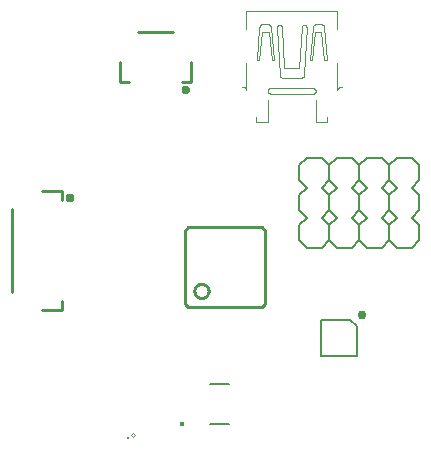
<source format=gto>
G75*
%MOIN*%
%OFA0B0*%
%FSLAX25Y25*%
%IPPOS*%
%LPD*%
%AMOC8*
5,1,8,0,0,1.08239X$1,22.5*
%
%ADD10C,0.01000*%
%ADD11C,0.01575*%
%ADD12C,0.03000*%
%ADD13C,0.00500*%
%ADD14C,0.00400*%
%ADD15C,0.00787*%
%ADD16R,0.01575X0.01575*%
%ADD17C,0.00250*%
%ADD18C,0.00984*%
%ADD19C,0.00800*%
D10*
X0067126Y0119295D02*
X0073622Y0119295D01*
X0073622Y0122248D01*
X0056890Y0125201D02*
X0056890Y0152949D01*
X0067126Y0158855D02*
X0073622Y0158855D01*
X0073622Y0155902D01*
X0114713Y0145780D02*
X0114713Y0121370D01*
X0115795Y0120288D01*
X0140205Y0120288D01*
X0141287Y0121370D01*
X0141287Y0145780D01*
X0140205Y0146862D01*
X0115795Y0146862D01*
X0114713Y0145780D01*
X0117764Y0125701D02*
X0117766Y0125798D01*
X0117772Y0125895D01*
X0117782Y0125991D01*
X0117796Y0126087D01*
X0117814Y0126183D01*
X0117835Y0126277D01*
X0117861Y0126371D01*
X0117890Y0126463D01*
X0117924Y0126554D01*
X0117960Y0126644D01*
X0118001Y0126732D01*
X0118045Y0126818D01*
X0118093Y0126903D01*
X0118144Y0126985D01*
X0118198Y0127066D01*
X0118256Y0127144D01*
X0118317Y0127219D01*
X0118380Y0127292D01*
X0118447Y0127363D01*
X0118517Y0127430D01*
X0118589Y0127495D01*
X0118664Y0127556D01*
X0118742Y0127615D01*
X0118821Y0127670D01*
X0118903Y0127722D01*
X0118987Y0127770D01*
X0119073Y0127815D01*
X0119161Y0127857D01*
X0119250Y0127895D01*
X0119341Y0127929D01*
X0119433Y0127959D01*
X0119526Y0127986D01*
X0119621Y0128008D01*
X0119716Y0128027D01*
X0119812Y0128042D01*
X0119908Y0128053D01*
X0120005Y0128060D01*
X0120102Y0128063D01*
X0120199Y0128062D01*
X0120296Y0128057D01*
X0120392Y0128048D01*
X0120488Y0128035D01*
X0120584Y0128018D01*
X0120679Y0127997D01*
X0120772Y0127973D01*
X0120865Y0127944D01*
X0120957Y0127912D01*
X0121047Y0127876D01*
X0121135Y0127837D01*
X0121222Y0127793D01*
X0121307Y0127747D01*
X0121390Y0127696D01*
X0121471Y0127643D01*
X0121549Y0127586D01*
X0121626Y0127526D01*
X0121699Y0127463D01*
X0121770Y0127397D01*
X0121838Y0127328D01*
X0121904Y0127256D01*
X0121966Y0127182D01*
X0122025Y0127105D01*
X0122081Y0127026D01*
X0122134Y0126944D01*
X0122184Y0126861D01*
X0122229Y0126775D01*
X0122272Y0126688D01*
X0122311Y0126599D01*
X0122346Y0126509D01*
X0122377Y0126417D01*
X0122404Y0126324D01*
X0122428Y0126230D01*
X0122448Y0126135D01*
X0122464Y0126039D01*
X0122476Y0125943D01*
X0122484Y0125846D01*
X0122488Y0125749D01*
X0122488Y0125653D01*
X0122484Y0125556D01*
X0122476Y0125459D01*
X0122464Y0125363D01*
X0122448Y0125267D01*
X0122428Y0125172D01*
X0122404Y0125078D01*
X0122377Y0124985D01*
X0122346Y0124893D01*
X0122311Y0124803D01*
X0122272Y0124714D01*
X0122229Y0124627D01*
X0122184Y0124541D01*
X0122134Y0124458D01*
X0122081Y0124376D01*
X0122025Y0124297D01*
X0121966Y0124220D01*
X0121904Y0124146D01*
X0121838Y0124074D01*
X0121770Y0124005D01*
X0121699Y0123939D01*
X0121626Y0123876D01*
X0121549Y0123816D01*
X0121471Y0123759D01*
X0121390Y0123706D01*
X0121307Y0123655D01*
X0121222Y0123609D01*
X0121135Y0123565D01*
X0121047Y0123526D01*
X0120957Y0123490D01*
X0120865Y0123458D01*
X0120772Y0123429D01*
X0120679Y0123405D01*
X0120584Y0123384D01*
X0120488Y0123367D01*
X0120392Y0123354D01*
X0120296Y0123345D01*
X0120199Y0123340D01*
X0120102Y0123339D01*
X0120005Y0123342D01*
X0119908Y0123349D01*
X0119812Y0123360D01*
X0119716Y0123375D01*
X0119621Y0123394D01*
X0119526Y0123416D01*
X0119433Y0123443D01*
X0119341Y0123473D01*
X0119250Y0123507D01*
X0119161Y0123545D01*
X0119073Y0123587D01*
X0118987Y0123632D01*
X0118903Y0123680D01*
X0118821Y0123732D01*
X0118742Y0123787D01*
X0118664Y0123846D01*
X0118589Y0123907D01*
X0118517Y0123972D01*
X0118447Y0124039D01*
X0118380Y0124110D01*
X0118317Y0124183D01*
X0118256Y0124258D01*
X0118198Y0124336D01*
X0118144Y0124417D01*
X0118093Y0124499D01*
X0118045Y0124584D01*
X0118001Y0124670D01*
X0117960Y0124758D01*
X0117924Y0124848D01*
X0117890Y0124939D01*
X0117861Y0125031D01*
X0117835Y0125125D01*
X0117814Y0125219D01*
X0117796Y0125315D01*
X0117782Y0125411D01*
X0117772Y0125507D01*
X0117766Y0125604D01*
X0117764Y0125701D01*
X0116661Y0195403D02*
X0113708Y0195403D01*
X0116661Y0195403D02*
X0116661Y0201899D01*
X0110756Y0212135D02*
X0098944Y0212135D01*
X0093039Y0201899D02*
X0093039Y0195403D01*
X0095992Y0195403D01*
D11*
X0114136Y0192844D02*
X0114138Y0192891D01*
X0114144Y0192937D01*
X0114153Y0192983D01*
X0114167Y0193027D01*
X0114184Y0193071D01*
X0114205Y0193112D01*
X0114229Y0193152D01*
X0114256Y0193190D01*
X0114287Y0193225D01*
X0114320Y0193258D01*
X0114356Y0193288D01*
X0114395Y0193314D01*
X0114435Y0193338D01*
X0114477Y0193357D01*
X0114521Y0193374D01*
X0114566Y0193386D01*
X0114612Y0193395D01*
X0114658Y0193400D01*
X0114705Y0193401D01*
X0114751Y0193398D01*
X0114797Y0193391D01*
X0114843Y0193380D01*
X0114887Y0193366D01*
X0114930Y0193348D01*
X0114971Y0193326D01*
X0115011Y0193301D01*
X0115048Y0193273D01*
X0115083Y0193242D01*
X0115115Y0193208D01*
X0115144Y0193171D01*
X0115169Y0193133D01*
X0115192Y0193092D01*
X0115211Y0193049D01*
X0115226Y0193005D01*
X0115238Y0192960D01*
X0115246Y0192914D01*
X0115250Y0192867D01*
X0115250Y0192821D01*
X0115246Y0192774D01*
X0115238Y0192728D01*
X0115226Y0192683D01*
X0115211Y0192639D01*
X0115192Y0192596D01*
X0115169Y0192555D01*
X0115144Y0192517D01*
X0115115Y0192480D01*
X0115083Y0192446D01*
X0115048Y0192415D01*
X0115011Y0192387D01*
X0114972Y0192362D01*
X0114930Y0192340D01*
X0114887Y0192322D01*
X0114843Y0192308D01*
X0114797Y0192297D01*
X0114751Y0192290D01*
X0114705Y0192287D01*
X0114658Y0192288D01*
X0114612Y0192293D01*
X0114566Y0192302D01*
X0114521Y0192314D01*
X0114477Y0192331D01*
X0114435Y0192350D01*
X0114395Y0192374D01*
X0114356Y0192400D01*
X0114320Y0192430D01*
X0114287Y0192463D01*
X0114256Y0192498D01*
X0114229Y0192536D01*
X0114205Y0192576D01*
X0114184Y0192617D01*
X0114167Y0192661D01*
X0114153Y0192705D01*
X0114144Y0192751D01*
X0114138Y0192797D01*
X0114136Y0192844D01*
X0075624Y0156886D02*
X0075626Y0156933D01*
X0075632Y0156979D01*
X0075641Y0157025D01*
X0075655Y0157069D01*
X0075672Y0157113D01*
X0075693Y0157154D01*
X0075717Y0157194D01*
X0075744Y0157232D01*
X0075775Y0157267D01*
X0075808Y0157300D01*
X0075844Y0157330D01*
X0075883Y0157356D01*
X0075923Y0157380D01*
X0075965Y0157399D01*
X0076009Y0157416D01*
X0076054Y0157428D01*
X0076100Y0157437D01*
X0076146Y0157442D01*
X0076193Y0157443D01*
X0076239Y0157440D01*
X0076285Y0157433D01*
X0076331Y0157422D01*
X0076375Y0157408D01*
X0076418Y0157390D01*
X0076459Y0157368D01*
X0076499Y0157343D01*
X0076536Y0157315D01*
X0076571Y0157284D01*
X0076603Y0157250D01*
X0076632Y0157213D01*
X0076657Y0157175D01*
X0076680Y0157134D01*
X0076699Y0157091D01*
X0076714Y0157047D01*
X0076726Y0157002D01*
X0076734Y0156956D01*
X0076738Y0156909D01*
X0076738Y0156863D01*
X0076734Y0156816D01*
X0076726Y0156770D01*
X0076714Y0156725D01*
X0076699Y0156681D01*
X0076680Y0156638D01*
X0076657Y0156597D01*
X0076632Y0156559D01*
X0076603Y0156522D01*
X0076571Y0156488D01*
X0076536Y0156457D01*
X0076499Y0156429D01*
X0076460Y0156404D01*
X0076418Y0156382D01*
X0076375Y0156364D01*
X0076331Y0156350D01*
X0076285Y0156339D01*
X0076239Y0156332D01*
X0076193Y0156329D01*
X0076146Y0156330D01*
X0076100Y0156335D01*
X0076054Y0156344D01*
X0076009Y0156356D01*
X0075965Y0156373D01*
X0075923Y0156392D01*
X0075883Y0156416D01*
X0075844Y0156442D01*
X0075808Y0156472D01*
X0075775Y0156505D01*
X0075744Y0156540D01*
X0075717Y0156578D01*
X0075693Y0156618D01*
X0075672Y0156659D01*
X0075655Y0156703D01*
X0075641Y0156747D01*
X0075632Y0156793D01*
X0075626Y0156839D01*
X0075624Y0156886D01*
D12*
X0173500Y0117575D03*
D13*
X0171906Y0113871D02*
X0171906Y0104169D01*
X0160094Y0104169D01*
X0160094Y0115981D01*
X0169796Y0115981D01*
X0171906Y0113871D01*
D14*
X0162104Y0181881D02*
X0158221Y0181881D01*
X0158222Y0182086D02*
X0158222Y0189444D01*
X0157404Y0191488D02*
X0143097Y0191488D01*
X0143042Y0191490D01*
X0142986Y0191496D01*
X0142931Y0191505D01*
X0142877Y0191518D01*
X0142824Y0191535D01*
X0142772Y0191556D01*
X0142721Y0191580D01*
X0142673Y0191607D01*
X0142626Y0191637D01*
X0142581Y0191671D01*
X0142539Y0191708D01*
X0142500Y0191747D01*
X0142463Y0191789D01*
X0142429Y0191834D01*
X0142399Y0191881D01*
X0142372Y0191929D01*
X0142348Y0191980D01*
X0142327Y0192032D01*
X0142310Y0192085D01*
X0142297Y0192139D01*
X0142288Y0192194D01*
X0142282Y0192250D01*
X0142280Y0192305D01*
X0142280Y0192306D02*
X0142282Y0192368D01*
X0142288Y0192429D01*
X0142297Y0192490D01*
X0142310Y0192551D01*
X0142327Y0192610D01*
X0142347Y0192668D01*
X0142370Y0192725D01*
X0142397Y0192781D01*
X0142428Y0192835D01*
X0142461Y0192886D01*
X0142498Y0192936D01*
X0142537Y0192983D01*
X0142580Y0193028D01*
X0142625Y0193071D01*
X0142672Y0193110D01*
X0142722Y0193147D01*
X0142773Y0193180D01*
X0142827Y0193211D01*
X0142883Y0193238D01*
X0142940Y0193261D01*
X0142998Y0193281D01*
X0143057Y0193298D01*
X0143118Y0193311D01*
X0143179Y0193320D01*
X0143240Y0193326D01*
X0143302Y0193328D01*
X0143301Y0193327D02*
X0157199Y0193327D01*
X0157261Y0193325D01*
X0157323Y0193320D01*
X0157384Y0193310D01*
X0157444Y0193297D01*
X0157503Y0193281D01*
X0157562Y0193261D01*
X0157619Y0193237D01*
X0157674Y0193210D01*
X0157728Y0193180D01*
X0157780Y0193146D01*
X0157829Y0193109D01*
X0157877Y0193070D01*
X0157922Y0193028D01*
X0157964Y0192983D01*
X0158003Y0192935D01*
X0158040Y0192886D01*
X0158074Y0192834D01*
X0158104Y0192780D01*
X0158131Y0192725D01*
X0158155Y0192668D01*
X0158175Y0192609D01*
X0158191Y0192550D01*
X0158204Y0192490D01*
X0158214Y0192429D01*
X0158219Y0192367D01*
X0158221Y0192305D01*
X0158221Y0192306D01*
X0158221Y0192305D02*
X0158219Y0192250D01*
X0158213Y0192194D01*
X0158204Y0192139D01*
X0158191Y0192085D01*
X0158174Y0192032D01*
X0158153Y0191980D01*
X0158129Y0191929D01*
X0158102Y0191881D01*
X0158072Y0191834D01*
X0158038Y0191789D01*
X0158001Y0191747D01*
X0157962Y0191708D01*
X0157920Y0191671D01*
X0157875Y0191637D01*
X0157828Y0191607D01*
X0157780Y0191580D01*
X0157729Y0191556D01*
X0157677Y0191535D01*
X0157624Y0191518D01*
X0157570Y0191505D01*
X0157515Y0191496D01*
X0157459Y0191490D01*
X0157404Y0191488D01*
X0153520Y0196802D02*
X0146981Y0196802D01*
X0146924Y0196807D01*
X0146867Y0196816D01*
X0146811Y0196829D01*
X0146755Y0196845D01*
X0146701Y0196865D01*
X0146649Y0196888D01*
X0146598Y0196915D01*
X0146549Y0196945D01*
X0146502Y0196979D01*
X0146458Y0197015D01*
X0146416Y0197054D01*
X0146376Y0197096D01*
X0146340Y0197141D01*
X0146307Y0197188D01*
X0146276Y0197237D01*
X0146250Y0197288D01*
X0146226Y0197340D01*
X0146206Y0197394D01*
X0146190Y0197449D01*
X0146177Y0197505D01*
X0146168Y0197562D01*
X0146163Y0197619D01*
X0145346Y0213561D01*
X0145348Y0213617D01*
X0145354Y0213672D01*
X0145363Y0213727D01*
X0145376Y0213781D01*
X0145393Y0213835D01*
X0145414Y0213886D01*
X0145438Y0213937D01*
X0145465Y0213986D01*
X0145496Y0214032D01*
X0145529Y0214077D01*
X0145566Y0214119D01*
X0145605Y0214158D01*
X0145647Y0214195D01*
X0145692Y0214228D01*
X0145738Y0214259D01*
X0145787Y0214286D01*
X0145838Y0214310D01*
X0145889Y0214331D01*
X0145943Y0214348D01*
X0145997Y0214361D01*
X0146052Y0214370D01*
X0146107Y0214376D01*
X0146163Y0214378D01*
X0146219Y0214376D01*
X0146274Y0214370D01*
X0146329Y0214361D01*
X0146383Y0214348D01*
X0146437Y0214331D01*
X0146488Y0214310D01*
X0146539Y0214286D01*
X0146588Y0214259D01*
X0146634Y0214228D01*
X0146679Y0214195D01*
X0146721Y0214158D01*
X0146760Y0214119D01*
X0146797Y0214077D01*
X0146830Y0214032D01*
X0146861Y0213986D01*
X0146888Y0213937D01*
X0146912Y0213886D01*
X0146933Y0213835D01*
X0146950Y0213781D01*
X0146963Y0213727D01*
X0146972Y0213672D01*
X0146978Y0213617D01*
X0146980Y0213561D01*
X0146981Y0213561D02*
X0147798Y0200072D01*
X0152704Y0200072D01*
X0152703Y0200072D02*
X0153520Y0213561D01*
X0153522Y0213617D01*
X0153528Y0213672D01*
X0153537Y0213727D01*
X0153550Y0213781D01*
X0153567Y0213835D01*
X0153588Y0213886D01*
X0153612Y0213937D01*
X0153639Y0213986D01*
X0153670Y0214032D01*
X0153703Y0214077D01*
X0153740Y0214119D01*
X0153779Y0214158D01*
X0153821Y0214195D01*
X0153866Y0214228D01*
X0153912Y0214259D01*
X0153961Y0214286D01*
X0154012Y0214310D01*
X0154063Y0214331D01*
X0154117Y0214348D01*
X0154171Y0214361D01*
X0154226Y0214370D01*
X0154281Y0214376D01*
X0154337Y0214378D01*
X0154338Y0214379D02*
X0154337Y0214379D01*
X0154338Y0214378D02*
X0154394Y0214376D01*
X0154449Y0214370D01*
X0154504Y0214361D01*
X0154558Y0214348D01*
X0154612Y0214331D01*
X0154663Y0214310D01*
X0154714Y0214286D01*
X0154763Y0214259D01*
X0154809Y0214228D01*
X0154854Y0214195D01*
X0154896Y0214158D01*
X0154935Y0214119D01*
X0154972Y0214077D01*
X0155005Y0214032D01*
X0155036Y0213986D01*
X0155063Y0213937D01*
X0155087Y0213886D01*
X0155108Y0213835D01*
X0155125Y0213781D01*
X0155138Y0213727D01*
X0155147Y0213672D01*
X0155153Y0213617D01*
X0155155Y0213561D01*
X0154338Y0197619D01*
X0154333Y0197561D01*
X0154324Y0197505D01*
X0154311Y0197448D01*
X0154295Y0197393D01*
X0154275Y0197339D01*
X0154252Y0197287D01*
X0154225Y0197236D01*
X0154194Y0197187D01*
X0154161Y0197140D01*
X0154125Y0197096D01*
X0154085Y0197053D01*
X0154043Y0197014D01*
X0153999Y0196978D01*
X0153952Y0196944D01*
X0153903Y0196914D01*
X0153852Y0196887D01*
X0153799Y0196864D01*
X0153745Y0196844D01*
X0153690Y0196828D01*
X0153634Y0196815D01*
X0153577Y0196806D01*
X0153520Y0196801D01*
X0156177Y0202729D02*
X0156995Y0202729D01*
X0158017Y0212131D01*
X0160061Y0212131D01*
X0161082Y0202729D01*
X0161900Y0202729D01*
X0161082Y0213561D01*
X0161075Y0213627D01*
X0161064Y0213692D01*
X0161050Y0213757D01*
X0161032Y0213820D01*
X0161010Y0213883D01*
X0160985Y0213944D01*
X0160957Y0214004D01*
X0160925Y0214062D01*
X0160889Y0214118D01*
X0160851Y0214172D01*
X0160810Y0214223D01*
X0160766Y0214272D01*
X0160719Y0214319D01*
X0160669Y0214363D01*
X0160617Y0214404D01*
X0160563Y0214442D01*
X0160507Y0214477D01*
X0160449Y0214508D01*
X0160389Y0214536D01*
X0160327Y0214561D01*
X0160265Y0214582D01*
X0158016Y0214582D02*
X0157954Y0214561D01*
X0157892Y0214536D01*
X0157832Y0214508D01*
X0157774Y0214477D01*
X0157718Y0214442D01*
X0157664Y0214404D01*
X0157612Y0214363D01*
X0157562Y0214319D01*
X0157515Y0214272D01*
X0157471Y0214223D01*
X0157430Y0214172D01*
X0157392Y0214118D01*
X0157356Y0214062D01*
X0157324Y0214004D01*
X0157296Y0213944D01*
X0157271Y0213883D01*
X0157249Y0213820D01*
X0157231Y0213757D01*
X0157217Y0213692D01*
X0157206Y0213627D01*
X0157199Y0213561D01*
X0156177Y0202729D01*
X0158017Y0214582D02*
X0158132Y0214616D01*
X0158249Y0214646D01*
X0158366Y0214672D01*
X0158484Y0214694D01*
X0158602Y0214713D01*
X0158722Y0214728D01*
X0158841Y0214739D01*
X0158961Y0214747D01*
X0159081Y0214751D01*
X0159201Y0214751D01*
X0159321Y0214747D01*
X0159441Y0214739D01*
X0159560Y0214728D01*
X0159680Y0214713D01*
X0159798Y0214694D01*
X0159916Y0214672D01*
X0160033Y0214646D01*
X0160150Y0214616D01*
X0160265Y0214582D01*
X0165374Y0212956D02*
X0165374Y0218875D01*
X0135126Y0218875D01*
X0135126Y0218875D01*
X0135126Y0212955D01*
X0139419Y0213561D02*
X0138601Y0202729D01*
X0139419Y0202729D01*
X0140440Y0212131D01*
X0142484Y0212131D01*
X0143506Y0202729D01*
X0144324Y0202729D01*
X0143302Y0213561D01*
X0143301Y0213561D02*
X0143294Y0213627D01*
X0143283Y0213692D01*
X0143269Y0213757D01*
X0143251Y0213820D01*
X0143229Y0213883D01*
X0143204Y0213944D01*
X0143176Y0214004D01*
X0143144Y0214062D01*
X0143108Y0214118D01*
X0143070Y0214172D01*
X0143029Y0214223D01*
X0142985Y0214272D01*
X0142938Y0214319D01*
X0142888Y0214363D01*
X0142836Y0214404D01*
X0142782Y0214442D01*
X0142726Y0214477D01*
X0142668Y0214508D01*
X0142608Y0214536D01*
X0142546Y0214561D01*
X0142484Y0214582D01*
X0140236Y0214582D02*
X0140174Y0214561D01*
X0140112Y0214536D01*
X0140052Y0214508D01*
X0139994Y0214477D01*
X0139938Y0214442D01*
X0139884Y0214404D01*
X0139832Y0214363D01*
X0139782Y0214319D01*
X0139735Y0214272D01*
X0139691Y0214223D01*
X0139650Y0214172D01*
X0139612Y0214118D01*
X0139576Y0214062D01*
X0139544Y0214004D01*
X0139516Y0213944D01*
X0139491Y0213883D01*
X0139469Y0213820D01*
X0139451Y0213757D01*
X0139437Y0213692D01*
X0139426Y0213627D01*
X0139419Y0213561D01*
X0140236Y0214582D02*
X0140351Y0214616D01*
X0140468Y0214646D01*
X0140585Y0214672D01*
X0140703Y0214694D01*
X0140821Y0214713D01*
X0140941Y0214728D01*
X0141060Y0214739D01*
X0141180Y0214747D01*
X0141300Y0214751D01*
X0141420Y0214751D01*
X0141540Y0214747D01*
X0141660Y0214739D01*
X0141779Y0214728D01*
X0141899Y0214713D01*
X0142017Y0214694D01*
X0142135Y0214672D01*
X0142252Y0214646D01*
X0142369Y0214616D01*
X0142484Y0214582D01*
X0135126Y0201806D02*
X0135126Y0192714D01*
X0135124Y0192770D01*
X0135118Y0192825D01*
X0135109Y0192880D01*
X0135096Y0192934D01*
X0135079Y0192988D01*
X0135058Y0193039D01*
X0135034Y0193090D01*
X0135007Y0193139D01*
X0134976Y0193185D01*
X0134943Y0193230D01*
X0134906Y0193272D01*
X0134867Y0193311D01*
X0134825Y0193348D01*
X0134780Y0193381D01*
X0134734Y0193412D01*
X0134685Y0193439D01*
X0134634Y0193463D01*
X0134583Y0193484D01*
X0134529Y0193501D01*
X0134475Y0193514D01*
X0134420Y0193523D01*
X0134365Y0193529D01*
X0134309Y0193531D01*
X0134309Y0193532D02*
X0133696Y0193532D01*
X0142279Y0189444D02*
X0142279Y0182086D01*
X0142280Y0181882D02*
X0138396Y0181882D01*
X0138396Y0182086D02*
X0138396Y0183517D01*
X0162104Y0183517D02*
X0162104Y0182086D01*
X0165374Y0192714D02*
X0165374Y0201805D01*
X0166192Y0193532D02*
X0166805Y0193532D01*
X0166192Y0193531D02*
X0166136Y0193529D01*
X0166081Y0193523D01*
X0166026Y0193514D01*
X0165972Y0193501D01*
X0165918Y0193484D01*
X0165867Y0193463D01*
X0165816Y0193439D01*
X0165767Y0193412D01*
X0165721Y0193381D01*
X0165676Y0193348D01*
X0165634Y0193311D01*
X0165595Y0193272D01*
X0165558Y0193230D01*
X0165525Y0193185D01*
X0165494Y0193139D01*
X0165467Y0193090D01*
X0165443Y0193039D01*
X0165422Y0192988D01*
X0165405Y0192934D01*
X0165392Y0192880D01*
X0165383Y0192825D01*
X0165377Y0192770D01*
X0165375Y0192714D01*
D15*
X0129400Y0094768D02*
X0123100Y0094768D01*
X0123100Y0081382D02*
X0129400Y0081382D01*
D16*
X0113652Y0081382D03*
D17*
X0097939Y0077727D02*
X0097348Y0077136D01*
X0096659Y0077825D01*
X0097250Y0078416D01*
X0097939Y0077727D01*
D18*
X0095675Y0076742D03*
D19*
X0155250Y0140075D02*
X0160250Y0140075D01*
X0162750Y0142575D01*
X0162750Y0147575D01*
X0160250Y0150075D01*
X0162750Y0152575D01*
X0162750Y0157575D01*
X0160250Y0160075D01*
X0162750Y0162575D01*
X0162750Y0167575D01*
X0160250Y0170075D01*
X0155250Y0170075D01*
X0152750Y0167575D01*
X0152750Y0162575D01*
X0155250Y0160075D01*
X0152750Y0157575D01*
X0152750Y0152575D01*
X0155250Y0150075D01*
X0152750Y0147575D01*
X0152750Y0142575D01*
X0155250Y0140075D01*
X0162750Y0142575D02*
X0162750Y0147575D01*
X0165250Y0150075D01*
X0162750Y0152575D01*
X0162750Y0157575D01*
X0165250Y0160075D01*
X0162750Y0162575D01*
X0162750Y0167575D01*
X0165250Y0170075D01*
X0170250Y0170075D01*
X0172750Y0167575D01*
X0172750Y0162575D01*
X0170250Y0160075D01*
X0172750Y0157575D01*
X0172750Y0152575D01*
X0170250Y0150075D01*
X0172750Y0147575D01*
X0172750Y0142575D01*
X0170250Y0140075D01*
X0165250Y0140075D01*
X0162750Y0142575D01*
X0172750Y0142575D02*
X0175250Y0140075D01*
X0180250Y0140075D01*
X0182750Y0142575D01*
X0182750Y0147575D01*
X0180250Y0150075D01*
X0182750Y0152575D01*
X0182750Y0157575D01*
X0180250Y0160075D01*
X0182750Y0162575D01*
X0182750Y0167575D01*
X0180250Y0170075D01*
X0175250Y0170075D01*
X0172750Y0167575D01*
X0172750Y0162575D01*
X0175250Y0160075D01*
X0172750Y0157575D01*
X0172750Y0152575D01*
X0175250Y0150075D01*
X0172750Y0147575D01*
X0172750Y0142575D01*
X0182750Y0142575D02*
X0182750Y0147575D01*
X0185250Y0150075D01*
X0182750Y0152575D01*
X0182750Y0157575D01*
X0185250Y0160075D01*
X0182750Y0162575D01*
X0182750Y0167575D01*
X0185250Y0170075D01*
X0190250Y0170075D01*
X0192750Y0167575D01*
X0192750Y0162575D01*
X0190250Y0160075D01*
X0192750Y0157575D01*
X0192750Y0152575D01*
X0190250Y0150075D01*
X0192750Y0147575D01*
X0192750Y0142575D01*
X0190250Y0140075D01*
X0185250Y0140075D01*
X0182750Y0142575D01*
M02*

</source>
